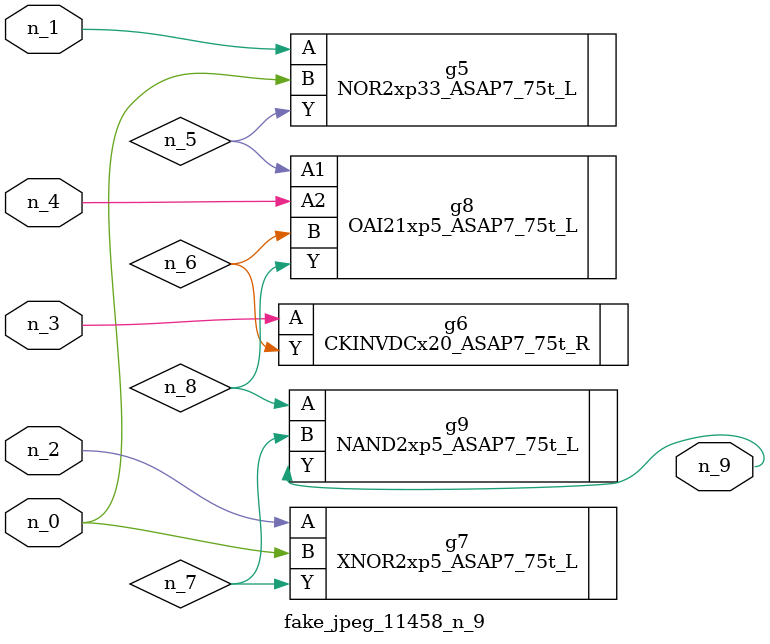
<source format=v>
module fake_jpeg_11458_n_9 (n_3, n_2, n_1, n_0, n_4, n_9);

input n_3;
input n_2;
input n_1;
input n_0;
input n_4;

output n_9;

wire n_8;
wire n_6;
wire n_5;
wire n_7;

NOR2xp33_ASAP7_75t_L g5 ( 
.A(n_1),
.B(n_0),
.Y(n_5)
);

CKINVDCx20_ASAP7_75t_R g6 ( 
.A(n_3),
.Y(n_6)
);

XNOR2xp5_ASAP7_75t_L g7 ( 
.A(n_2),
.B(n_0),
.Y(n_7)
);

OAI21xp5_ASAP7_75t_L g8 ( 
.A1(n_5),
.A2(n_4),
.B(n_6),
.Y(n_8)
);

NAND2xp5_ASAP7_75t_L g9 ( 
.A(n_8),
.B(n_7),
.Y(n_9)
);


endmodule
</source>
